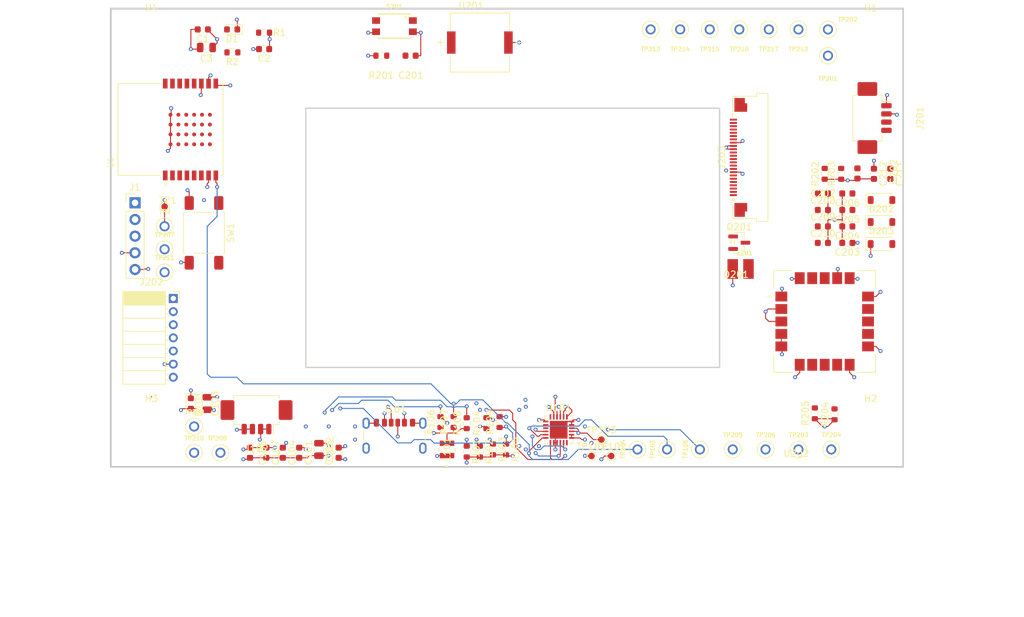
<source format=kicad_pcb>
(kicad_pcb (version 20241229) (generator "pcbnew") (generator_version "9.0")
  (layers (0 "F.Cu" signal) (4 "In1.Cu" signal) (6 "In2.Cu" signal) (2 "B.Cu" signal) (13 "F.Paste" user) (15 "B.Paste" user) (5 "F.SilkS" user "F.Silkscreen") (7 "B.SilkS" user "B.Silkscreen") (1 "F.Mask" user) (3 "B.Mask" user) (25 "Edge.Cuts" user))
  (net 0 "")
  (net 1 "GND")
  (net 2 "/Battery/BAT")
  (net 3 "/Sensors/VDHR")
  (net 4 "/Sensors/VDDD")
  (net 5 "/Sensors/VPP")
  (net 6 "/Sensors/VSH")
  (net 7 "/Sensors/VGH")
  (net 8 "/Sensors/VSL")
  (net 9 "/Sensors/VGL")
  (net 10 "/Sensors/VCOM")
  (net 11 "Net-(D202-A)")
  (net 12 "Net-(D201-A)")
  (net 13 "RESET")
  (net 14 "/Sensors/RESE")
  (net 17 "/Sensors/GDR")
  (net 23 "/Battery/VBUS_BQ")
  (net 24 "/Battery/PMID")
  (net 25 "/Battery/BTST")
  (net 26 "/Battery/ILIM")
  (net 27 "/Battery/SW")
  (net 28 "/Battery/TS")
  (net 29 "/Battery/STAT")
  (net 30 "/Battery/REGN")
  (net 32 "/SWDIO")
  (net 33 "/SWDCLK")
  (net 34 "/P23")
  (net 35 "/P15")
  (net 36 "/P07")
  (net 37 "/P01")
  (net 38 "/P30")
  (net 39 "/P09")
  (net 40 "/P31")
  (net 41 "/P20")
  (net 42 "/P08")
  (net 43 "/P29")
  (net 44 "/P13")
  (net 45 "/P04")
  (net 46 "/P22")
  (net 47 "/P19")
  (net 48 "/P12")
  (net 49 "/P16")
  (net 50 "/P14")
  (net 51 "/P00")
  (net 52 "/P24")
  (net 53 "/P28")
  (net 54 "/P26")
  (net 55 "/P25")
  (net 56 "/P05")
  (net 57 "/P10")
  (net 58 "/P06")
  (net 59 "/P11")
  (net 60 "/P27")
  (net 61 "/P18")
  (net 62 "/P03")
  (net 63 "/P17")
  (net 64 "/P02")
  (net 65 "VDD_nrf")
  (net 69 "Net-(D101-K)")
  (net 70 "Net-(J101-CC2)")
  (net 71 "Net-(J101-CC1)")
  (net 72 "Net-(D1-A)")
  (footprint "Button_Switch_SMD:SW_Push_1P1T_NO_E-Switch_TL3301NxxxxxG" (layer "F.Cu") (at 25.5 46 -90)
    (property "Reference" "SW1")
    (property "Value" "SW")
  )
  (footprint "Capacitor_SMD:C_0603_1608Metric" (layer "F.Cu") (at 56.95 19)
    (property "Reference" "C201")
    (property "Value" "4.7uF")
  )
  (footprint "Capacitor_SMD:C_0603_1608Metric" (layer "F.Cu") (at 32.5 79.5 -90)
    (property "Reference" "C106")
    (property "Value" "10uF")
  )
  (footprint "Resistor_SMD:R_0603_1608Metric" (layer "F.Cu") (at 70.5 74.825 90)
    (property "Reference" "R109")
    (property "Value" "240")
  )
  (footprint "Resistor_SMD:R_0603_1608Metric" (layer "F.Cu") (at 71.5 79 -90)
    (property "Reference" "R105")
    (property "Value" "10k")
  )
  (footprint "Resistor_SMD:R_0603_1608Metric" (layer "F.Cu") (at 52.5 19)
    (property "Reference" "R201")
    (property "Value" "10k")
  )
  (footprint "5001:KEYSTONE_5001" (layer "F.Cu") (at 93.5 15)
    (property "Reference" "TP213")
    (property "Value" "EP_SDA")
  )
  (footprint "TestPoint:TestPoint_Pad_D1.0mm" (layer "F.Cu") (at 84.5 80)
    (property "Reference" "TP101")
    (property "Value" "VBat")
  )
  (footprint "Diode_SMD:D_SOD-123" (layer "F.Cu") (at 128.65 44.35)
    (property "Reference" "D202")
    (property "Value" "MBR0530")
  )
  (footprint "MountingHole:MountingHole_4.3mm_M4" (layer "F.Cu") (at 17.5 76.5)
    (property "Reference" "H3")
    (property "Value" "MountingHole")
  )
  (footprint "MountingHole:MountingHole_4.3mm_M4" (layer "F.Cu") (at 17.5 17)
    (property "Reference" "H4")
    (property "Value" "MountingHole")
  )
  (footprint "CPT_9019B_SMT_TR:XDCR_CPT-9019B-SMT-TR" (layer "F.Cu") (at 67.5 17)
    (property "Reference" "U201")
    (property "Value" "CPT-9019B-SMT-TR")
  )
  (footprint "Connector_Molex:Molex_PicoBlade_53261-0471_1x04-1MP_P1.25mm_Horizontal" (layer "F.Cu") (at 33.5 73.5 180)
    (property "Reference" "J102")
    (property "Value" "Conn_01x04_Pin")
  )
  (footprint "Diode_SMD:D_0603_1608Metric" (layer "F.Cu") (at 23.5 72 -90)
    (property "Reference" "D101")
    (property "Value" "LED")
  )
  (footprint "Capacitor_SMD:C_0603_1608Metric" (layer "F.Cu") (at 119.725 45.02)
    (property "Reference" "C209")
    (property "Value" "1uF")
  )
  (footprint "Resistor_SMD:R_0603_1608Metric" (layer "F.Cu") (at 63.5 74.825 90)
    (property "Reference" "R107")
    (property "Value" "10k")
  )
  (footprint "Capacitor_SMD:C_0603_1608Metric" (layer "F.Cu") (at 119.725 42.51)
    (property "Reference" "C208")
    (property "Value" "1uF")
  )
  (footprint "5001:KEYSTONE_5001" (layer "F.Cu") (at 19.5 48.5)
    (property "Reference" "TP207")
    (property "Value" "RFID_RST")
  )
  (footprint "MountingHole:MountingHole_4.3mm_M4" (layer "F.Cu") (at 127 17)
    (property "Reference" "H1")
    (property "Value" "MountingHole")
  )
  (footprint "Capacitor_SMD:C_0805_2012Metric" (layer "F.Cu") (at 25.87 17.75 180)
    (property "Reference" "C3")
    (property "Value" "4.7uF")
  )
  (footprint "Capacitor_SMD:C_0603_1608Metric" (layer "F.Cu") (at 35 79.5 -90)
    (property "Reference" "C107")
    (property "Value" "10uF")
  )
  (footprint "Capacitor_SMD:C_0603_1608Metric" (layer "F.Cu") (at 127.5 37 -90)
    (property "Reference" "C212")
    (property "Value" "4.7uF")
  )
  (footprint "5001:KEYSTONE_5001" (layer "F.Cu") (at 19.5 52)
    (property "Reference" "TP211")
    (property "Value" "RFID_SS")
  )
  (footprint "Connector_PinHeader_2.54mm:PinHeader_1x05_P2.54mm_Vertical" (layer "F.Cu") (at 15 41.42)
    (property "Reference" "J1")
    (property "Value" "Conn_01x05_Pin")
  )
  (footprint "Capacitor_SMD:C_0603_1608Metric" (layer "F.Cu") (at 124.985 36.95 -90)
    (property "Reference" "C202")
    (property "Value" "1uF")
  )
  (footprint "5001:KEYSTONE_5001" (layer "F.Cu") (at 111 79)
    (property "Reference" "TP206")
    (property "Value" "GPS_TP")
  )
  (footprint "Resistor_SMD:R_0603_1608Metric" (layer "F.Cu") (at 118.5 73.5 90)
    (property "Reference" "R205")
    (property "Value" "10k")
  )
  (footprint "Capacitor_SMD:C_0603_1608Metric" (layer "F.Cu") (at 123.45 47.53 180)
    (property "Reference" "C203")
    (property "Value" "1uF")
  )
  (footprint "MountingHole:MountingHole_4.3mm_M4" (layer "F.Cu") (at 127 76.5)
    (property "Reference" "H2")
    (property "Value" "MountingHole")
  )
  (footprint "Capacitor_SMD:C_0603_1608Metric" (layer "F.Cu") (at 46 79.5 90)
    (property "Reference" "C105")
    (property "Value" "4.7uF")
  )
  (footprint "Capacitor_SMD:C_0603_1608Metric" (layer "F.Cu") (at 123.45 40 180)
    (property "Reference" "C206")
    (property "Value" "1uF")
  )
  (footprint "5001:KEYSTONE_5001" (layer "F.Cu") (at 116 15)
    (property "Reference" "TP212")
    (property "Value" "EP_DC")
  )
  (footprint "Capacitor_SMD:C_0603_1608Metric" (layer "F.Cu") (at 123.45 45.02 180)
    (property "Reference" "C204")
    (property "Value" "1uF")
  )
  (footprint "Capacitor_SMD:C_0603_1608Metric" (layer "F.Cu") (at 119.725 40)
    (property "Reference" "C207")
    (property "Value" "1uF")
  )
  (footprint "5001:KEYSTONE_5001" (layer "F.Cu") (at 111.5 15)
    (property "Reference" "TP217")
    (property "Value" "EP_RESET")
  )
  (footprint "5001:KEYSTONE_5001" (layer "F.Cu") (at 106 79)
    (property "Reference" "TP205")
    (property "Value" "GPS_INT")
  )
  (footprint "5001:KEYSTONE_5001" (layer "F.Cu") (at 102.5 15)
    (property "Reference" "TP215")
    (property "Value" "EP_CSB")
  )
  (footprint "5001:KEYSTONE_5001" (layer "F.Cu") (at 96 79 90)
    (property "Reference" "TP105")
    (property "Value" "BQ_SCL")
  )
  (footprint "Package_TO_SOT_SMD:SOT-23" (layer "F.Cu") (at 107 47.5)
    (property "Reference" "Q201")
    (property "Value" "BSS138")
  )
  (footprint "5001:KEYSTONE_5001" (layer "F.Cu") (at 28 79.5)
    (property "Reference" "TP208")
    (property "Value" "RFID_SCK")
  )
  (footprint "Capacitor_SMD:C_0805_2012Metric" (layer "F.Cu") (at 26 72 -90)
    (property "Reference" "C103")
    (property "Value" "10uF")
  )
  (footprint "5001:KEYSTONE_5001" (layer "F.Cu") (at 101 79 90)
    (property "Reference" "TP106")
    (property "Value" "BQ_INT")
  )
  (footprint "Resistor_SMD:R_0603_1608Metric" (layer "F.Cu") (at 120 37 90)
    (property "Reference" "R202")
    (property "Value" "2.2")
  )
  (footprint "Connector_FFC-FPC:Amphenol_F32Q-1A7x1-11024_1x24-1MP_P0.5mm_Horizontal" (layer "F.Cu") (at 109 34.5 90)
    (property "Reference" "J203")
    (property "Value" "Conn_02x12_Counter_Clockwise")
  )
  (footprint "TestPoint:TestPoint_Pad_D1.0mm" (layer "F.Cu") (at 19.5 42)
    (property "Reference" "TP1")
    (property "Value" "GND")
  )
  (footprint "5001:KEYSTONE_5001" (layer "F.Cu") (at 91.5 79 90)
    (property "Reference" "TP104")
    (property "Value" "BQ_SDA")
  )
  (footprint "Resistor_SMD:R_0603_1608Metric" (layer "F.Cu") (at 69.5 79 -90)
    (property "Reference" "R103")
    (property "Value" "1k")
  )
  (footprint "Resistor_SMD:R_0603_1608Metric" (layer "F.Cu") (at 65.5 75 90)
    (property "Reference" "R108")
    (property "Value" "10k")
  )
  (footprint "TestPoint:TestPoint_Pad_D1.0mm" (layer "F.Cu") (at 86 77.5)
    (property "Reference" "TP103")
    (property "Value" "VSys")
  )
  (footprint "Diode_SMD:D_0603_1608Metric" (layer "F.Cu") (at 29.7875 15 180)
    (property "Reference" "D1")
    (property "Value" "LED")
  )
  (footprint "Resistor_SMD:R_0603_1608Metric" (layer "F.Cu") (at 68.5 75 90)
    (property "Reference" "R104")
    (property "Value" "10k")
  )
  (footprint "Resistor_SMD:R_0603_1608Metric" (layer "F.Cu") (at 122.51 37 90)
    (property "Reference" "R203")
    (property "Value" "10k")
  )
  (footprint "5001:KEYSTONE_5001" (layer "F.Cu") (at 98 15)
    (property "Reference" "TP214")
    (property "Value" "EP_SCL")
  )
  (footprint "Capacitor_SMD:C_0603_1608Metric" (layer "F.Cu") (at 123.45 42.51 180)
    (property "Reference" "C205")
    (property "Value" "1uF")
  )
  (footprint "ISMC:IND_IMSC1008AZER_VIS" (layer "F.Cu") (at 62.5 79 90)
    (property "Reference" "L101")
    (property "Value" "2.2uH")
  )
  (footprint "436331045822:4363X10458XX" (layer "F.Cu") (at 54.5 14.5)
    (property "Reference" "S201")
    (property "Value" "436331045822")
  )
  (footprint "Capacitor_SMD:C_0603_1608Metric" (layer "F.Cu") (at 119.725 47.53)
    (property "Reference" "C210")
    (property "Value" "1uF")
  )
  (footprint "5001:KEYSTONE_5001" (layer "F.Cu") (at 120.5 15)
    (property "Reference" "TP202")
    (property "Value" "TS_RX")
  )
  (footprint "5001:KEYSTONE_5001" (layer "F.Cu") (at 120.5 19)
    (property "Reference" "TP201")
    (property "Value" "TS_TX")
  )
  (footprint "VLS3015CX_680M_H:IND_VLS3015CX-680M-H" (layer "F.Cu") (at 107.2 51.5)
    (property "Reference" "L201")
    (property "Value" "68uH")
  )
  (footprint "Package_DFN_QFN:Texas_RTW_WQFN-24-1EP_4x4mm_P0.5mm_EP2.7x2.7mm" (layer "F.Cu") (at 79.5 76)
    (property "Reference" "U101")
    (property "Value" "BQ25895RTWT")
  )
  (footprint "5001:KEYSTONE_5001" (layer "F.Cu") (at 116 79)
    (property "Reference" "TP203")
    (property "Value" "GPS_SDA")
  )
  (footprint "Resistor_SMD:R_0603_1608Metric" (layer "F.Cu") (at 29.825 18.5 180)
    (property "Reference" "R2")
    (property "Value" "240")
  )
  (footprint "Capacitor_SMD:C_0603_1608Metric" (layer "F.Cu") (at 37.5 79.5 -90)
    (property "Reference" "C104")
    (property "Value" "1uF")
  )
  (footprint "5001:KEYSTONE_5001" (layer "F.Cu") (at 107 15)
    (property "Reference" "TP216")
    (property "Value" "EP_BUSY")
  )
  (footprint "Resistor_SMD:R_0603_1608Metric" (layer "F.Cu") (at 121.5 73.65 90)
    (property "Reference" "R204")
    (property "Value" "10k")
  )
  (footprint "SAM_M10Q_00B:XCVR_SAM-M10Q-00B" (layer "F.Cu") (at 120 59.5)
    (property "Reference" "U202")
    (property "Value" "SAM-M10Q-00B")
  )
  (footprint "TestPoint:TestPoint_Pad_D1.0mm" (layer "F.Cu") (at 87.5 80)
    (property "Reference" "TP102")
    (property "Value" "VUSB")
  )
  (footprint "Connector_USB:USB_C_Receptacle_GCT_USB4125-xx-x-0190_6P_TopMnt_Horizontal" (layer "F.Cu") (at 54.5 78)
    (property "Reference" "J101")
    (property "Value" "USB_C_Receptacle_PowerOnly_6P")
  )
  (footprint "Connector_Molex:Molex_PicoBlade_53261-0471_1x04-1MP_P1.25mm_Horizontal" (layer "F.Cu") (at 127 28.5 -90)
    (property "Reference" "J201")
    (property "Value" "Conn_01x04_Pin")
  )
  (footprint "5001:KEYSTONE_5001" (layer "F.Cu") (at 19.5 45)
    (property "Reference" "TP2")
    (property "Value" "GND")
  )
  (footprint "Resistor_SMD:R_0603_1608Metric" (layer "F.Cu") (at 67.5 79.325 -90)
    (property "Reference" "R102")
    (property "Value" "5.1k")
  )
  (footprint "Resistor_SMD:R_0603_1608Metric" (layer "F.Cu") (at 61.5 74.825 90)
    (property "Reference" "R106")
    (property "Value" "10k")
  )
  (footprint "Diode_SMD:D_SOD-123" (layer "F.Cu") (at 128.65 41)
    (property "Reference" "D201")
    (property "Value" "MBR0530")
  )
  (footprint "BT832:BLEMODULE_BT832" (layer "F.Cu") (at 20.4 30.25 90)
    (property "Reference" "U1")
    (property "Value" "BT832")
  )
  (footprint "Capacitor_SMD:C_0603_1608Metric" (layer "F.Cu") (at 130 37 -90)
    (property "Reference" "C211")
    (property "Value" "4.7uF")
  )
  (footprint "Resistor_SMD:R_0603_1608Metric" (layer "F.Cu") (at 65.5 79.325 -90)
    (property "Reference" "R101")
    (property "Value" "5.1k")
  )
  (footprint "Capacitor_SMD:C_0603_1608Metric" (layer "F.Cu") (at 34.65 18 180)
    (property "Reference" "C2")
    (property "Value" "100nF")
  )
  (footprint "Capacitor_SMD:C_0603_1608Metric" (layer "F.Cu") (at 25.325 15 180)
    (property "Reference" "C1")
    (property "Value" "100nF")
  )
  (footprint "Connector_PinSocket_2.00mm:PinSocket_1x07_P2.00mm_Horizontal" (layer "F.Cu") (at 20.825 56)
    (property "Reference" "J202")
    (property "Value" "Conn_01x07_Socket")
  )
  (footprint "Diode_SMD:D_SOD-123" (layer "F.Cu") (at 128.65 47.7)
    (property "Reference" "D203")
    (property "Value" "MBR0530")
  )
  (footprint "5001:KEYSTONE_5001" (layer "F.Cu") (at 24 79.5)
    (property "Reference" "TP210")
    (property "Value" "RFID_MOSI")
  )
  (footprint "Capacitor_SMD:C_0805_2012Metric" (layer "F.Cu") (at 43 79 -90)
    (property "Reference" "C102")
    (property "Value" "8.2uF")
  )
  (footprint "Resistor_SMD:R_0603_1608Metric" (layer "F.Cu") (at 34.65 15.49 180)
    (property "Reference" "R1")
    (property "Value" "10k")
  )
  (footprint "5001:KEYSTONE_5001" (layer "F.Cu") (at 24 75.5)
    (property "Reference" "TP209")
    (property "Value" "RFID_MISO")
  )
  (footprint "Capacitor_SMD:C_0603_1608Metric" (layer "F.Cu") (at 40 79.5 -90)
    (property "Reference" "C101")
    (property "Value" "4.7uF")
  )
  (footprint "5001:KEYSTONE_5001" (layer "F.Cu") (at 121 79)
    (property "Reference" "TP204")
    (property "Value" "GPS_SCL")
  )
  (gr_rect (start 11.325 11.825) (end 131.975 81.675) (stroke (width 0.2)) (fill no) (layer "F.Cu") (net 1))
  (gr_rect (start 11.325 11.825) (end 131.975 81.675) (stroke (width 0.2)) (fill no) (layer "B.Cu") (net 65))
  (gr_rect (start 11.325 11.825) (end 131.975 81.675) (stroke (width 0.2)) (fill no) (layer "Edge.Cuts"))
  (gr_rect (start 41 27) (end 104 66.5) (stroke (width 0.2)) (fill no) (layer "Edge.Cuts"))
  (segment (start 122.675 44) (end 122.675 45.02) (width 0.1524) (layer "F.Cu") (net 1))
  (segment (start 50.5 15.5) (end 51.55 15.5) (width 0.1524) (layer "F.Cu") (net 1))
  (segment (start 120.5 40) (end 120.5 42.51) (width 0.1524) (layer "F.Cu") (net 1))
  (segment (start 122.675 42.51) (end 122.675 44) (width 0.1524) (layer "F.Cu") (net 1))
  (segment (start 113.5 54.5) (end 113.5 55.6) (width 0.1524) (layer "F.Cu") (net 1))
  (segment (start 122.675 40) (end 122.675 42.51) (width 0.1524) (layer "F.Cu") (net 1))
  (segment (start 30.575 13.575) (end 30.575 15) (width 0.1524) (layer "F.Cu") (net 1))
  (segment (start 23.5 18) (end 23.5 15) (width 0.1524) (layer "F.Cu") (net 1))
  (segment (start 58.82 75) (end 57.33 75) (width 0.1524) (layer "F.Cu") (net 1))
  (segment (start 24.67 18) (end 24.92 17.75) (width 0.1524) (layer "F.Cu") (net 1))
  (segment (start 128.5 64) (end 127.8 63.3) (width 0.1524) (layer "F.Cu") (net 1))
  (segment (start 31.625 75.9) (end 32.875 75.9) (width 0.1524) (layer "F.Cu") (net 1))
  (segment (start 22 50.5) (end 23.2 50.5) (width 0.1524) (layer "F.Cu") (net 1))
  (segment (start 30.5 13.5) (end 30.575 13.575) (width 0.1524) (layer "F.Cu") (net 1))
  (segment (start 16.42 51.58) (end 15 51.58) (width 0.1524) (layer "F.Cu") (net 1))
  (segment (start 20.4 33.1) (end 20 33.5) (width 0.1524) (layer "F.Cu") (net 1))
  (segment (start 67.5 80.15) (end 69.175 80.15) (width 0.1524) (layer "F.Cu") (net 1))
  (segment (start 35 80.275) (end 37.5 80.275) (width 0.1524) (layer "F.Cu") (net 1))
  (segment (start 127 47.7) (end 127 49.5) (width 0.1524) (layer "F.Cu") (net 1))
  (segment (start 23.25 39.75) (end 23.25 41.45) (width 0.1524) (layer "F.Cu") (net 1))
  (segment (start 20.4 31) (end 20.4 32.5) (width 0.1524) (layer "F.Cu") (net 1))
  (segment (start 19.5 42) (end 19.5 45) (width 0.1524) (layer "F.Cu") (net 1))
  (segment (start 115.5 68) (end 116.2 67.3) (width 0.1524) (layer "F.Cu") (net 1))
  (segment (start 123.5 38) (end 122.685 38) (width 0.1524) (layer "F.Cu") (net 1))
  (segment (start 31.525 76) (end 31.625 75.9) (width 0.1524) (layer "F.Cu") (net 1))
  (segment (start 16.5 51.5) (end 16.42 51.58) (width 0.1524) (layer "F.Cu") (net 1))
  (segment (start 26.2 22.3) (end 26.5 22) (width 0.1524) (layer "F.Cu") (net 1))
  (segment (start 40 80.275) (end 41.225 80.275) (width 0.1524) (layer "F.Cu") (net 1))
  (segment (start 122.685 38) (end 122.51 37.825) (width 0.1524) (layer "F.Cu") (net 1))
  (segment (start 23.2 50.5) (end 23.25 50.55) (width 0.1524) (layer "F.Cu") (net 1))
  (segment (start 33 18) (end 33.875 18) (width 0.1524) (layer "F.Cu") (net 1))
  (segment (start 31.5 80.5) (end 32.275 80.5) (width 0.1524) (layer "F.Cu") (net 1))
  (segment (start 69.175 80.15) (end 69.5 79.825) (width 0.1524) (layer "F.Cu") (net 1))
  (segment (start 51.67 75) (end 51.75 74.92) (width 0.1524) (layer "F.Cu") (net 1))
  (segment (start 79 79) (end 79 78) (width 0.1524) (layer "F.Cu") (net 1))
  (segment (start 107.5 32) (end 107.25 32.25) (width 0.1524) (layer "F.Cu") (net 1))
  (segment (start 58.5 15.5) (end 58.5 19) (width 0.1524) (layer "F.Cu") (net 1))
  (segment (start 27 73) (end 26.05 73) (width 0.1524) (layer "F.Cu") (net 1))
  (segment (start 37.5 80.275) (end 40 80.275) (width 0.1524) (layer "F.Cu") (net 1))
  (segment (start 58.5 19) (end 57.725 19) (width 0.1524) (layer "F.Cu") (net 1))
  (segment (start 79.0375 77.9625) (end 79.25 77.9625) (width 0.1524) (layer "F.Cu") (net 1))
  (segment (start 107.25 32.25) (end 106.1 32.25) (width 0.1524) (layer "F.Cu") (net 1))
  (segment (start 26.2 23.25) (end 26.2 22.3) (width 0.1524) (layer "F.Cu") (net 1))
  (segment (start 65.5 80.15) (end 67.5 80.15) (width 0.1524) (layer "F.Cu") (net 1))
  (segment (start 122.675 45.02) (end 122.675 47.53) (width 0.1524) (layer "F.Cu") (net 1))
  (segment (start 44.45 79.95) (end 44.5 80) (width 0.1524) (layer "F.Cu") (net 1))
  (segment (start 65.5 81) (end 65.5 80.15) (width 0.1524) (layer "F.Cu") (net 1))
  (segment (start 43 79.95) (end 44.45 79.95) (width 0.1524) (layer "F.Cu") (net 1))
  (segment (start 41.225 80.275) (end 41.55 79.95) (width 0.1524) (layer "F.Cu") (net 1))
  (segment (start 124.5 68) (end 123.8 67.3) (width 0.1524) (layer "F.Cu") (net 1))
  (segment (start 19.5 41) (end 19.5 42) (width 0.1524) (layer "F.Cu") (net 1))
  (segment (start 20.4 32.5) (end 20.4 33.1) (width 0.1524) (layer "F.Cu") (net 1))
  (segment (start 122.51 37.825) (end 120 37.825) (width 0.1524) (layer "F.Cu") (net 1))
  (segment (start 120.5 45.02) (end 120.5 47.53) (width 0.1524) (layer "F.Cu") (net 1))
  (segment (start 79 78) (end 79 76.5) (width 0.1524) (layer "F.Cu") (net 1))
  (segment (start 107.25 36.75) (end 106.1 36.75) (width 0.1524) (layer "F.Cu") (net 1))
  (segment (start 124.71 38) (end 124.985 37.725) (width 0.1524) (layer "F.Cu") (net 1))
  (segment (start 82.5 74.5) (end 81.7125 74.5) (width 0.1524) (layer "F.Cu") (net 1))
  (segment (start 113.4 63.3) (end 113.4 61.4) (width 0.1524) (layer "F.Cu") (net 1))
  (segment (start 69.5 79.825) (end 71.5 79.825) (width 0.1524) (layer "F.Cu") (net 1))
  (segment (start 113.5 63.4) (end 113.4 63.3) (width 0.1524) (layer "F.Cu") (net 1))
  (segment (start 58.5 15.5) (end 57.45 15.5) (width 0.1524) (layer "F.Cu") (net 1))
  (segment (start 121.5 44) (end 122.675 44) (width 0.1524) (layer "F.Cu") (net 1))
  (segment (start 57.33 75) (end 57.25 74.92) (width 0.1524) (layer "F.Cu") (net 1))
  (segment (start 123.9 53) (end 123.8 52.9) (width 0.1524) (layer "F.Cu") (net 1))
  (segment (start 17 51.5) (end 16.5 51.5) (width 0.1524) (layer "F.Cu") (net 1))
  (segment (start 32.275 80.5) (end 32.5 80.275) (width 0.1524) (layer "F.Cu") (net 1))
  (segment (start 127.8 63.3) (end 126.6 63.3) (width 0.1524) (layer "F.Cu") (net 1))
  (segment (start 20.5 27.9) (end 20.4 28) (width 0.1524) (layer "F.Cu") (net 1))
  (segment (start 30.5 76) (end 31.525 76) (width 0.1524) (layer "F.Cu") (net 1))
  (segment (start 129.4 25.1) (end 129.4 26.625) (width 0.1524) (layer "F.Cu") (net 1))
  (segment (start 120.5 45.02) (end 120.5 44) (width 0.1524) (layer "F.Cu") (net 1))
  (segment (start 121.5 44) (end 120.5 44) (width 0.1524) (layer "F.Cu") (net 1))
  (segment (start 125.275 37.775) (end 127.5 37.775) (width 0.1524) (layer "F.Cu") (net 1))
  (segment (start 113.5 64.5) (end 113.5 63.4) (width 0.1524) (layer "F.Cu") (net 1))
  (segment (start 127.8 55.7) (end 126.6 55.7) (width 0.1524) (layer "F.Cu") (net 1))
  (segment (start 125.225 37.725) (end 125.275 37.775) (width 0.1524) (layer "F.Cu") (net 1))
  (segment (start 80.75 74.75) (end 79.5 76) (width 0.1524) (layer "F.Cu") (net 1))
  (segment (start 51.55 15.5) (end 51.7 15.35) (width 0.1524) (layer "F.Cu") (net 1))
  (segment (start 73.5 17) (end 71.85 17) (width 0.1524) (layer "F.Cu") (net 1))
  (segment (start 41.55 79.95) (end 43 79.95) (width 0.1524) (layer "F.Cu") (net 1))
  (segment (start 116.2 67.3) (end 116.2 66.1) (width 0.1524) (layer "F.Cu") (net 1))
  (segment (start 26.05 73) (end 26 72.95) (width 0.1524) (layer "F.Cu") (net 1))
  (segment (start 123.8 67.3) (end 123.8 66.1) (width 0.1524) (layer "F.Cu") (net 1))
  (segment (start 72.5 80) (end 71.675 80) (width 0.1524) (layer "F.Cu") (net 1))
  (segment (start 116.1 53) (end 116.2 52.9) (width 0.1524) (layer "F.Cu") (net 1))
  (segment (start 57.45 15.5) (end 57.3 15.35) (width 0.1524) (layer "F.Cu") (net 1))
  (segment (start 124.985 37.725) (end 125.225 37.725) (width 0.1524) (layer "F.Cu") (net 1))
  (segment (start 23.5 15) (end 24.55 15) (width 0.1524) (layer "F.Cu") (net 1))
  (segment (start 107.5 37) (end 107.25 36.75) (width 0.1524) (layer "F.Cu") (net 1))
  (segment (start 23 39.5) (end 23.25 39.75) (width 0.1524) (layer "F.Cu") (net 1))
  (segment (start 20.4 29.5) (end 20.4 31) (width 0.1524) (layer "F.Cu") (net 1))
  (segment (start 79 76.5) (end 79.5 76) (width 0.1524) (layer "F.Cu") (net 1))
  (segment (start 115 53) (end 116.1 53) (width 0.1524) (layer "F.Cu") (net 1))
  (segment (start 125 53) (end 123.9 53) (width 0.1524) (layer "F.Cu") (net 1))
  (segment (start 128.5 55) (end 127.8 55.7) (width 0.1524) (layer "F.Cu") (net 1))
  (segment (start 32.5 80.275) (end 35 80.275) (width 0.1524) (layer "F.Cu") (net 1))
  (segment (start 50.18 75) (end 51.67 75) (width 0.1524) (layer "F.Cu") (net 1))
  (segment (start 81.4625 74.75) (end 80.75 74.75) (width 0.1524) (layer "F.Cu") (net 1))
  (segment (start 20.5 27) (end 20.5 27.9) (width 0.1524) (layer "F.Cu") (net 1))
  (segment (start 120.5 44) (end 120.5 42.51) (width 0.1524) (layer "F.Cu") (net 1))
  (segment (start 23.5 18) (end 24.67 18) (width 0.1524) (layer "F.Cu") (net 1))
  (segment (start 71.675 80) (end 71.5 79.825) (width 0.1524) (layer "F.Cu") (net 1))
  (segment (start 81.7125 74.5) (end 81.4625 74.75) (width 0.1524) (layer "F.Cu") (net 1))
  (segment (start 78.9625 77.9625) (end 78.75 77.9625) (width 0.1524) (layer "F.Cu") (net 1))
  (segment (start 122.52 45.02) (end 122.675 45.02) (width 0.1524) (layer "F.Cu") (net 1))
  (segment (start 20.4 28) (end 20.4 29.5) (width 0.1524) (layer "F.Cu") (net 1))
  (segment (start 129.5 25) (end 129.4 25.1) (width 0.1524) (layer "F.Cu") (net 1))
  (segment (start 79 78) (end 79.0375 77.9625) (width 0.1524) (layer "F.Cu") (net 1))
  (segment (start 123.5 38) (end 124.71 38) (width 0.1524) (layer "F.Cu") (net 1))
  (segment (start 113.5 55.6) (end 113.4 55.7) (width 0.1524) (layer "F.Cu") (net 1))
  (segment (start 79 78) (end 78.9625 77.9625) (width 0.1524) (layer "F.Cu") (net 1))
  (segment (start 81.4625 75.25) (end 81.4625 74.75) (width 0.1524) (layer "F.Cu") (net 1))
  (segment (start 49.98 79) (end 50.18 78.8) (width 0.1524) (layer "F.Cu") (net 1))
  (via (at 115 53) (size 0.6) (drill 0.3) (layers "F.Cu" "B.Cu") (net 1))
  (via (at 107.5 32) (size 0.6) (drill 0.3) (layers "F.Cu" "B.Cu") (net 1))
  (via (at 23 39.5) (size 0.6) (drill 0.3) (layers "F.Cu" "B.Cu") (net 1))
  (via (at 124.5 68) (size 0.6) (drill 0.3) (layers "F.Cu" "B.Cu") (net 1))
  (via (at 113.5 64.5) (size 0.6) (drill 0.3) (layers "F.Cu" "B.Cu") (net 1))
  (via (at 27 73) (size 0.6) (drill 0.3) (layers "F.Cu" "B.Cu") (net 1))
  (via (at 30.5 76) (size 0.6) (drill 0.3) (layers "F.Cu" "B.Cu") (net 1))
  (via (at 123.5 38) (size 0.6) (drill 0.3) (layers "F.Cu" "B.Cu") (net 1))
  (via (at 65.5 81) (size 0.6) (drill 0.3) (layers "F.Cu" "B.Cu") (net 1))
  (via (at 82.5 74.5) (size 0.6) (drill 0.3) (layers "F.Cu" "B.Cu") (net 1))
  (via (at 79 79) (size 0.6) (drill 0.3) (layers "F.Cu" "B.Cu") (net 1))
  (via (at 30.5 13.5) (size 0.6) (drill 0.3) (layers "F.Cu" "B.Cu") (net 1))
  (via (at 22 50.5) (size 0.6) (drill 0.3) (layers "F.Cu" "B.Cu") (net 1))
  (via (at 121.5 44) (size 0.6) (drill 0.3) (layers "F.Cu" "B.Cu") (net 1))
  (via (at 19.5 41) (size 0.6) (drill 0.3) (layers "F.Cu" "B.Cu") (net 1))
  (via (at 72.5 80) (size 0.6) (drill 0.3) (layers "F.Cu" "B.Cu") (net 1))
  (via (at 31.5 80.5) (size 0.6) (drill 0.3) (layers "F.Cu" "B.Cu") (net 1))
  (via (at 26.5 22) (size 0.6) (drill 0.3) (layers "F.Cu" "B.Cu") (net 1))
  (via (at 23.5 18) (size 0.6) (drill 0.3) (layers "F.Cu" "B.Cu") (net 1))
  (via (at 129.5 25) (size 0.6) (drill 0.3) (layers "F.Cu" "B.Cu") (net 1))
  (via (at 125 53) (size 0.6) (drill 0.3) (layers "F.Cu" "B.Cu") (net 1))
  (via (at 33 18) (size 0.6) (drill 0.3) (layers "F.Cu" "B.Cu") (net 1))
  (via (at 17 51.5) (size 0.6) (drill 0.3) (layers "F.Cu" "B.Cu") (net 1))
  (via (at 128.5 55) (size 0.6) (drill 0.3) (layers "F.Cu" "B.Cu") (net 1))
  (via (at 127 49.5) (size 0.6) (drill 0.3) (layers "F.Cu" "B.Cu") (net 1))
  (via (at 113.5 54.5) (size 0.6) (drill 0.3) (layers "F.Cu" "B.Cu") (net 1))
  (via (at 107.5 37) (size 0.6) (drill 0.3) (layers "F.Cu" "B.Cu") (net 1))
  (via (at 20.5 27) (size 0.6) (drill 0.3) (layers "F.Cu" "B.Cu") (net 1))
  (via (at 58.5 15.5) (size 0.6) (drill 0.3) (layers "F.Cu" "B.Cu") (net 1))
  (via (at 44.45 79.95) (size 0.6) (drill 0.3) (layers "F.Cu" "B.Cu") (net 1))
  (via (at 20.5 27) (size 0.6) (drill 0.3) (layers "F.Cu" "B.Cu") (net 1))
  (via (at 50.5 15.5) (size 0.6) (drill 0.3) (layers "F.Cu" "B.Cu") (net 1))
  (via (at 128.5 64) (size 0.6) (drill 0.3) (layers "F.Cu" "B.Cu") (net 1))
  (via (at 73.5 17) (size 0.6) (drill 0.3) (layers "F.Cu" "B.Cu") (net 1))
  (via (at 115.5 68) (size 0.6) (drill 0.3) (layers "F.Cu" "B.Cu") (net 1))
  (via (at 20 33.5) (size 0.6) (drill 0.3) (layers "F.Cu" "B.Cu") (net 1))
  (segment (start 81.4625 77.25) (end 81.4625 76.75) (width 0.1524) (layer "F.Cu") (net 2))
  (segment (start 82.75 77.25) (end 81.4625 77.25) (width 0.1524) (layer "F.Cu") (net 2))
  (segment (start 83.5 77.5) (end 83 77.5) (width 0.1524) (layer "F.Cu") (net 2))
  (segment (start 35.375 75.9) (end 34.125 75.9) (width 0.1524) (layer "F.Cu") (net 2))
  (segment (start 26.05 71) (end 26 71.05) (width 0.1524) (layer "F.Cu") (net 2))
  (segment (start 27.5 71) (end 26.05 71) (width 0.1524) (layer "F.Cu") (net 2))
  (segment (start 84.5 80) (end 83.5286 80) (width 0.1524) (layer "F.Cu") (net 2))
  (segment (start 83.5286 80) (end 83.5 79.9714) (width 0.1524) (layer "F.Cu") (net 2))
  (segment (start 34.125 75.9) (end 34.125 77.375) (width 0.1524) (layer "F.Cu") (net 2))
  (segment (start 83 77.5) (end 82.75 77.25) (width 0.1524) (layer "F.Cu") (net 2))
  (segment (start 34.125 77.375) (end 34 77.5) (width 0.1524) (layer "F.Cu") (net 2))
  (via (at 83.5 75.5) (size 0.6) (drill 0.3) (layers "F.Cu" "B.Cu") (net 2))
  (via (at 27.5 71) (size 0.6) (drill 0.3) (layers "F.Cu" "B.Cu") (net 2))
  (via (at 83.5 77.5) (size 0.6) (drill 0.3) (layers "F.Cu" "B.Cu") (net 2))
  (via (at 83.5 79.9714) (size 0.6) (drill 0.3) (layers "F.Cu" "B.Cu") (net 2))
  (via (at 34 77.5) (size 0.6) (drill 0.3) (layers "F.Cu" "B.Cu") (net 2))
  (segment (start 52.98 73.52) (end 53 73.5) (width 0.1524) (layer "F.Cu") (net 23))
  (segment (start 86.5 80) (end 86 80.5) (width 0.1524) (layer "F.Cu") (net 23))
  (segment (start 87.5 80) (end 86.5 80) (width 0.1524) (layer "F.Cu") (net 23))
  (segment (start 56.02 73.52) (end 56 73.5) (width 0.1524) (layer "F.Cu") (net 23))
  (segment (start 56.02 74.92) (end 56.02 73.52) (width 0.1524) (layer "F.Cu") (net 23))
  (segment (start 38 78.225) (end 37.5 78.725) (width 0.1524) (layer "F.Cu") (net 23))
  (segment (start 76.5 74.5) (end 77.2875 74.5) (width 0.1524) (layer "F.Cu") (net 23))
  (segment (start 52.98 74.92) (end 52.98 73.52) (width 0.1524) (layer "F.Cu") (net 23))
  (segment (start 77.2875 74.5) (end 77.5375 74.75) (width 0.1524) (layer "F.Cu") (net 23))
  (segment (start 38 78) (end 38 78.225) (width 0.1524) (layer "F.Cu") (net 23))
  (via (at 48.5 75.5) (size 0.6) (drill 0.3) (layers "F.Cu" "B.Cu") (net 23))
  (via (at 76.5 78.5) (size 0.6) (drill 0.3) (layers "F.Cu" "B.Cu") (net 23))
  (via (at 53 73.5) (size 0.6) (drill 0.3) (layers "F.Cu" "B.Cu") (net 23))
  (via (at 48.5 77.5) (size 0.6) (drill 0.3) (layers "F.Cu" "B.Cu") (net 23))
  (via (at 86 80.5) (size 0.6) (drill 0.3) (layers "F.Cu" "B.Cu") (net 23))
  (via (at 38 78) (size 0.6) (drill 0.3) (layers "F.Cu" "B.Cu") (net 23))
  (via (at 76.5 74.5) (size 0.6) (drill 0.3) (layers "F.Cu" "B.Cu") (net 23))
  (via (at 56 73.5) (size 0.6) (drill 0.3) (layers "F.Cu" "B.Cu") (net 23))
  (segment (start 44.05 78.05) (end 44.5 78.5) (width 0.1524) (layer "F.Cu") (net 24))
  (segment (start 78.75 73.2786) (end 78.75 74.0375) (width 0.1524) (layer "F.Cu") (net 24))
  (segment (start 78 72.5286) (end 78.75 73.2786) (width 0.1524) (layer "F.Cu") (net 24))
  (segment (start 43 78.05) (end 44.05 78.05) (width 0.1524) (layer "F.Cu") (net 24))
  (via (at 44.5 75.5) (size 0.6) (drill 0.3) (layers "F.Cu" "B.Cu") (net 24))
  (via (at 78 72.5286) (size 0.6) (drill 0.3) (layers "F.Cu" "B.Cu") (net 24))
  (via (at 74.4408 71.4408) (size 0.6) (drill 0.3) (layers "F.Cu" "B.Cu") (net 24))
  (via (at 44.5 78.5) (size 0.6) (drill 0.3) (layers "F.Cu" "B.Cu") (net 24))
  (segment (start 46.775 78.725) (end 47 78.5) (width 0.1524) (layer "F.Cu") (net 25))
  (segment (start 79.75 72.75) (end 79.75 74.0375) (width 0.1524) (layer "F.Cu") (net 25))
  (segment (start 79.5 72.5) (end 79.75 72.75) (width 0.1524) (layer "F.Cu") (net 25))
  (segment (start 46 78.725) (end 46.775 78.725) (width 0.1524) (layer "F.Cu") (net 25))
  (via (at 73.5 78.4714) (size 0.6) (drill 0.3) (layers "F.Cu" "B.Cu") (net 25))
  (via (at 47 78.5) (size 0.6) (drill 0.3) (layers "F.Cu" "B.Cu") (net 25))
  (via (at 79.5 72.5) (size 0.6) (drill 0.3) (layers "F.Cu" "B.Cu") (net 25))
  (via (at 73.5 72.9714) (size 0.6) (drill 0.3) (layers "F.Cu" "B.Cu") (net 25))
  (segment (start 79.75 79.7214) (end 79.75 77.9625) (width 0.1524) (layer "F.Cu") (net 26))
  (segment (start 79.5 79.9714) (end 79.75 79.7214) (width 0.1524) (layer "F.Cu") (net 26))
  (segment (start 69.5 78.175) (end 69.5 78) (width 0.1524) (layer "F.Cu") (net 26))
  (segment (start 69.5 78) (end 69 77.5) (width 0.1524) (layer "F.Cu") (net 26))
  (via (at 69 77.5) (size 0.6) (drill 0.3) (layers "F.Cu" "B.Cu") (net 26))
  (via (at 75.996403 79.557157) (size 0.6) (drill 0.3) (layers "F.Cu" "B.Cu") (net 26))
  (via (at 79.5 79.9714) (size 0.6) (drill 0.3) (layers "F.Cu" "B.Cu") (net 26))
  (segment (start 75.996403 79.557157) (end 76.439246 80) (width 0.1524) (layer "B.Cu") (net 26))
  (segment (start 76.439246 80) (end 79.5 80) (width 0.1524) (layer "B.Cu") (net 26))
  (segment (start 46.225 80.5) (end 46 80.275) (width 0.1524) (layer "F.Cu") (net 27))
  (segment (start 80.5 73) (end 80.25 73.25) (width 0.1524) (layer "F.Cu") (net 27))
  (segment (start 61.0602 79.9398) (end 61 80) (width 0.1524) (layer "F.Cu") (net 27))
  (segment (start 62.5 79.9398) (end 61.0602 79.9398) (width 0.1524) (layer "F.Cu") (net 27))
  (segment (start 80.25 73.25) (end 80.25 74.0375) (width 0.1524) (layer "F.Cu") (net 27))
  (segment (start 47 80.5) (end 46.225 80.5) (width 0.1524) (layer "F.Cu") (net 27))
  (segment (start 81.5 73.2875) (end 80.75 74.0375) (width 0.1524) (layer "F.Cu") (net 27))
  (segment (start 81.5 73) (end 81.5 73.2875) (width 0.1524) (layer "F.Cu") (net 27))
  (segment (start 80.5 72.5) (end 80.5 73) (width 0.1524) (layer "F.Cu") (net 27))
  (segment (start 81 72.5) (end 81.5 73) (width 0.1524) (layer "F.Cu") (net 27))
  (segment (start 80.5 72.5) (end 81 72.5) (width 0.1524) (layer "F.Cu") (net 27))
  (via (at 80.5 72.5) (size 0.6) (drill 0.3) (layers "F.Cu" "B.Cu") (net 27))
  (via (at 61 80) (size 0.6) (drill 0.3) (layers "F.Cu" "B.Cu") (net 27))
  (via (at 74.5 72.5) (size 0.6) (drill 0.3) (layers "F.Cu" "B.Cu") (net 27))
  (via (at 47 80.5) (size 0.6) (drill 0.3) (layers "F.Cu" "B.Cu") (net 27))
  (via (at 74.5 79) (size 0.6) (drill 0.3) (layers "F.Cu" "B.Cu") (net 27))
  (segment (start 68.5 74.175) (end 69.175 74.175) (width 0.1524) (layer "F.Cu") (net 28))
  (segment (start 80.25 77.9625) (end 80.25 78.75) (width 0.1524) (layer "F.Cu") (net 28))
  (segment (start 69.5 74.5) (end 69.175 74.175) (width 0.1524) (layer "F.Cu") (net 28))
  (segment (start 71.5 77.0286) (end 71.5 78.175) (width 0.1524) (layer "F.Cu") (net 28))
  (segment (start 80.25 78.75) (end 80.5 79) (width 0.1524) (layer "F.Cu") (net 28))
  (via (at 69.5 74.5) (size 0.6) (drill 0.3) (layers "F.Cu" "B.Cu") (net 28))
  (via (at 80.5 79) (size 0.6) (drill 0.3) (layers "F.Cu" "B.Cu") (net 28))
  (via (at 75.5 77.0286) (size 0.6) (drill 0.3) (layers "F.Cu" "B.Cu") (net 28))
  (via (at 71.5 77.0286) (size 0.6) (drill 0.3) (layers "F.Cu" "B.Cu") (net 28))
  (segment (start 76.719368 79.0296) (end 76.0296 79.0296) (width 0.1524) (layer "B.Cu") (net 28))
  (segment (start 76.0296 79.0296) (end 75.5 78.5) (width 0.1524) (layer "B.Cu") (net 28))
  (segment (start 75.5 78.5) (end 75.5 77.0286) (width 0.1524) (layer "B.Cu") (net 28))
  (segment (start 80.5 79) (end 79.9704 78.4704) (width 0.1524) (layer "B.Cu") (net 28))
  (segment (start 77.278568 78.4704) (end 76.719368 79.0296) (width 0.1524) (layer "B.Cu") (net 28))
  (segment (start 79.9704 78.4704) (end 77.278568 78.4704) (width 0.1524) (layer "B.Cu") (net 28))
  (segment (start 70.5 74) (end 71.5 74) (width 0.1524) (layer "F.Cu") (net 29))
  (segment (start 75.9714 75.9714) (end 76.25 76.25) (width 0.1524) (layer "F.Cu") (net 29))
  (segment (start 76.25 76.25) (end 77.5375 76.25) (width 0.1524) (layer "F.Cu") (net 29))
  (segment (start 71.5 74) (end 71.5 74.0286) (width 0.1524) (layer "F.Cu") (net 29))
  (via (at 71.5 74.0286) (size 0.6) (drill 0.3) (layers "F.Cu" "B.Cu") (net 29))
  (via (at 75.9714 75.9714) (size 0.6) (drill 0.3) (layers "F.Cu" "B.Cu") (net 29))
  (segment (start 79.25 73.25) (end 79.25 74.0375) (width 0.1524) (layer "F.Cu") (net 30))
  (segment (start 78.9704 72.9704) (end 79.25 73.25) (width 0.1524) (layer "F.Cu") (net 30))
  (segment (start 40.725 78.725) (end 41 79) (width 0.1524) (layer "F.Cu") (net 30))
  (segment (start 40 78.725) (end 40.725 78.725) (width 0.1524) (layer "F.Cu") (net 30))
  (segment (start 79 70.9714) (end 78.9704 71.001) (width 0.1524) (layer "F.Cu") (net 30))
  (segment (start 78.9704 71.001) (end 78.9704 72.9704) (width 0.1524) (layer "F.Cu") (net 30))
  (segment (start 67.5286 75.5) (end 68.175 75.5) (width 0.1524) (layer "F.Cu") (net 30))
  (segment (start 68.175 75.5) (end 68.5 75.825) (width 0.1524) (layer "F.Cu") (net 30))
  (via (at 67.5286 72.9714) (size 0.6) (drill 0.3) (layers "F.Cu" "B.Cu") (net 30))
  (via (at 41 79) (size 0.6) (drill 0.3) (layers "F.Cu" "B.Cu") (net 30))
  (via (at 67.5286 75.5) (size 0.6) (drill 0.3) (layers "F.Cu" "B.Cu") (net 30))
  (via (at 79 70.9714) (size 0.6) (drill 0.3) (layers "F.Cu" "B.Cu") (net 30))
  (via (at 41 75.5) (size 0.6) (drill 0.3) (layers "F.Cu" "B.Cu") (net 30))
  (segment (start 26.2 38.3) (end 26.2 37.25) (width 0.1524) (layer "F.Cu") (net 39))
  (segment (start 61.5592 74) (end 62.5296 74.9704) (width 0.1524) (layer "F.Cu") (net 39))
  (segment (start 76.5 77) (end 76.75 76.75) (width 0.1524) (layer "F.Cu") (net 39))
  (segment (start 61.5 74) (end 61.5 72.5) (width 0.1524) (layer "F.Cu") (net 39))
  (segment (start 75.0286 75.777568) (end 76.251032 77) (width 0.1524) (layer "F.Cu") (net 39))
  (segment (start 76.251032 77) (end 76.5 77) (width 0.1524) (layer "F.Cu") (net 39))
  (segment (start 76.75 76.75) (end 77.5375 76.75) (width 0.1524) (layer "F.Cu") (net 39))
  (segment (start 26 38.5) (end 26.2 38.3) (width 0.1524) (layer "F.Cu") (net 39))
  (segment (start 26 39) (end 26 38.5) (width 0.1524) (layer "F.Cu") (net 39))
  (segment (start 61.5 74) (end 61.5592 74) (width 0.1524) (layer "F.Cu") (net 39))
  (segment (start 75.0286 75.776152) (end 75.0286 75.777568) (width 0.1524) (layer "F.Cu") (net 39))
  (segment (start 61.5 72.5) (end 61.5 72.4418) (width 0.1524) (layer "F.Cu") (net 39))
  (via (at 61.5 72.4418) (size 0.6) (drill 0.3) (layers "F.Cu" "B.Cu") (net 39))
  (via (at 45 73) (size 0.6) (drill 0.3) (layers "F.Cu" "B.Cu") (net 39))
  (via (at 75.0286 75.776152) (size 0.6) (drill 0.3) (layers "F.Cu" "B.Cu") (net 39))
  (via (at 26 39) (size 0.6) (drill 0.3) (layers "F.Cu" "B.Cu") (net 39))
  (via (at 62.5296 74.9704) (size 0.6) (drill 0.3) (layers "F.Cu" "B.Cu") (net 39))
  (segment (start 75.0286 75.776152) (end 75.362952 75.4418) (width 0.1524) (layer "B.Cu") (net 39))
  (segment (start 49.5 71.5) (end 53.5 71.5) (width 0.1524) (layer "B.Cu") (net 39))
  (segment (start 83.5 74.5) (end 84.5 74.5) (width 0.1524) (layer "B.Cu") (net 39))
  (segment (start 84.5 74.5) (end 87 77) (width 0.1524) (layer "B.Cu") (net 39))
  (segment (start 82.5582 75.4418) (end 83.5 74.5) (width 0.1524) (layer "B.Cu") (net 39))
  (segment (start 96 77.5) (end 96 79) (width 0.1524) (layer "B.Cu") (net 39))
  (segment (start 53.5 71.5) (end 54.5 72.5) (width 0.1524) (layer "B.Cu") (net 39))
  (segment (start 95.5 77) (end 96 77.5) (width 0.1524) (layer "B.Cu") (net 39))
  (segment (start 75.362952 75.4418) (end 82.5582 75.4418) (width 0.1524) (layer "B.Cu") (net 39))
  (segment (start 49 72) (end 49.5 71.5) (width 0.1524) (layer "B.Cu") (net 39))
  (segment (start 54.5 72.5) (end 61.4418 72.5) (width 0.1524) (layer "B.Cu") (net 39))
  (segment (start 87 77) (end 95.5 77) (width 0.1524) (layer "B.Cu") (net 39))
  (segment (start 46 72) (end 49 72) (width 0.1524) (layer "B.Cu") (net 39))
  (segment (start 45 73) (end 46 72) (width 0.1524) (layer "B.Cu") (net 39))
  (segment (start 74.809232 80.5296) (end 72.9704 78.690768) (width 0.1524) (layer "F.Cu") (net 44))
  (segment (start 79.9704 80.501) (end 79.280632 80.501) (width 0.1524) (layer "F.Cu") (net 44))
  (segment (start 78.5 80.5296) (end 74.809232 80.5296) (width 0.1524) (layer "F.Cu") (net 44))
  (segment (start 25.1 24.9) (end 25.1 23.25) (width 0.1524) (layer "F.Cu") (net 44))
  (segment (start 78.25 77.9625) (end 78.25 80.2796) (width 0.1524) (layer "F.Cu") (net 44))
  (segment (start 80.5 79.9714) (end 79.9418 80.5296) (width 0.1524) (layer "F.Cu") (net 44))
  (segment (start 25 25) (end 25.1 24.9) (width 0.1524) (layer "F.Cu") (net 44))
  (segment (start 80.5 79.9714) (end 79.9704 80.501) (width 0.1524) (layer "F.Cu") (net 44))
  (segment (start 72.5 73.5) (end 72 73) (width 0.1524) (layer "F.Cu") (net 44))
  (segment (start 79.9418 80.5296) (end 78.5 80.5296) (width 0.1524) (layer "F.Cu") (net 44))
  (segment (start 72.5 74.5) (end 72.5 73.5) (width 0.1524) (layer "F.Cu") (net 44))
  (segment (start 65.5 72.4418) (end 65.5 74.175) (width 0.1524) (layer "F.Cu") (net 44))
  (segment (start 72.9704 74.9704) (end 72.5 74.5) (width 0.1524) (layer "F.Cu") (net 44))
  (segment (start 72.9704 78.690768) (end 72.9704 74.9704) (width 0.1524) (layer "F.Cu") (net 44))
  (segment (start 78.25 80.2796) (end 78.5 80.5296) (width 0.1524) (layer "F.Cu") (net 44))
  (segment (start 72 73) (end 68.5 73) (width 0.1524) (layer "F.Cu") (net 44))
  (via (at 80.5 79.9714) (size 0.6) (drill 0.3) (layers "F.Cu" "B.Cu") (net 44))
  (via (at 84.5 78) (size 0.6) (drill 0.3) (layers "F.Cu" "B.Cu") (net 44))
  (via (at 25 25) (size 0.6) (drill 0.3) (layers "F.Cu" "B.Cu") (net 44))
  (via (at 68.5 72.9714) (size 0.6) (drill 0.3) (layers "F.Cu" "B.Cu") (net 44))
  (via (at 87 75.9714) (size 0.6) (drill 0.3) (layers "F.Cu" "B.Cu") (net 44))
  (via (at 65.5 72.4418) (size 0.6) (drill 0.3) (layers "F.Cu" "B.Cu") (net 44))
  (via (at 25.5 41) (size 0.6) (drill 0.3) (layers "F.Cu" "B.Cu") (net 44))
  (via (at 43.876223 73.376223) (size 0.6) (drill 0.3) (layers "F.Cu" "B.Cu") (net 44))
  (segment (start 46 71) (end 44 73) (width 0.1524) (layer "B.Cu") (net 44))
  (segment (start 44 73) (end 44 73.252446) (width 0.1524) (layer "B.Cu") (net 44))
  (segment (start 44 73.252446) (end 43.876223 73.376223) (width 0.1524) (layer "B.Cu") (net 44))
  (segment (start 63.719368 72.5582) (end 63.280632 72.5582) (width 0.1524) (layer "B.Cu") (net 44))
  (segment (start 101 79) (end 98 76) (width 0.1524) (layer "B.Cu") (net 44))
  (segment (start 98 76) (end 87 76) (width 0.1524) (layer "B.Cu") (net 44))
  (segment (start 54.1756 71) (end 46 71) (width 0.1524) (layer "B.Cu") (net 44))
  (segment (start 87 76) (end 87 75.9714) (width 0.1524) (layer "B.Cu") (net 44))
  (segment (start 62.5 72.5) (end 61.5 71.5) (width 0.1524) (layer "B.Cu") (net 44))
  (segment (start 65.4418 72.5) (end 63.777568 72.5) (width 0.1524) (layer "B.Cu") (net 44))
  (segment (start 54.6756 71.5) (end 54.1756 71) (width 0.1524) (layer "B.Cu") (net 44))
  (segment (start 63.222432 72.5) (end 62.5 72.5) (width 0.1524) (layer "B.Cu") (net 44))
  (segment (start 61.5 71.5) (end 54.6756 71.5) (width 0.1524) (layer "B.Cu") (net 44))
  (segment (start 63.5 74) (end 63.5 72.0286) (width 0.1524) (layer "F.Cu") (net 57))
  (segment (start 75 79.251032) (end 75 79.558998) (width 0.1524) (layer "F.Cu") (net 57))
  (segment (start 27.5 38.5) (end 27.3 38.3) (width 0.1524) (layer "F.Cu") (net 57))
  (segment (start 75 79.558998) (end 74.97769 79.581308) (width 0.1524) (layer "F.Cu") (net 57))
  (segment (start 27.3 38.3) (end 27.3 37.25) (width 0.1524) (layer "F.Cu") (net 57))
  (segment (start 77.001032 77.25) (end 75 79.251032) (width 0.1524) (layer "F.Cu") (net 57))
  (segment (start 77.5375 77.25) (end 77.001032 77.25) (width 0.1524) (layer "F.Cu") (net 57))
  (segment (start 27.5 39) (end 27.5 38.5) (width 0.1524) (layer "F.Cu") (net 57))
  (via (at 74.97769 79.581308) (size 0.6) (drill 0.3) (layers "F.Cu" "B.Cu") (net 57))
  (via (at 63.5 72.0286) (size 0.6) (drill 0.3) (layers "F.Cu" "B.Cu") (net 57))
  (via (at 27.5 39) (size 0.6) (drill 0.3) (layers "F.Cu" "B.Cu") (net 57))
  (segment (start 71.4704 74.9704) (end 71.719368 74.9704) (width 0.1524) (layer "B.Cu") (net 57))
  (segment (start 63.5 72.0286) (end 63.9132 72.0286) (width 0.1524) (layer "B.Cu") (net 57))
  (segment (start 63.9132 72.0286) (end 64.501 71.4408) (width 0.1524) (layer "B.Cu") (net 57))
  (segment (start 26 67.5) (end 26 45) (width 0.1524) (layer "B.Cu") (net 57))
  (segment (start 75.0296 78.280632) (end 75.0296 79.529398) (width 0.1524) (layer "B.Cu") (net 57))
  (segment (start 75.5296 80.5296) (end 80.9704 80.5296) (width 0.1524) (layer "B.Cu") (net 57))
  (segment (start 26 45) (end 27.5 43.5) (width 0.1524) (layer "B.Cu") (net 57))
  (segment (start 74.97769 79.97769) (end 75.5296 80.5296) (width 0.1524) (layer "B.Cu") (net 57))
  (segment (start 27.5 43.5) (end 27.5 39) (width 0.1524) (layer "B.Cu") (net 57))
  (segment (start 60.0582 69) (end 31.5 69) (width 0.1524) (layer "B.Cu") (net 57))
  (segment (start 82.5 79) (end 91.5 79) (width 0.1524) (layer "B.Cu") (net 57))
  (segment (start 63.0868 72.0286) (end 60.0582 69) (width 0.1524) (layer "B.Cu") (net 57))
  (segment (start 64.501 71.4408) (end 67.9408 71.4408) (width 0.1524) (layer "B.Cu") (net 57))
  (segment (start 26.5 68) (end 26 67.5) (width 0.1524) (layer "B.Cu") (net 57))
  (segment (start 71.719368 74.9704) (end 75.0296 78.280632) (width 0.1524) (layer "B.Cu") (net 57))
  (segment (start 31.5 69) (end 30.5 68) (width 0.1524) (layer "B.Cu") (net 57))
  (segment (start 63.5 72.0286) (end 63.0868 72.0286) (width 0.1524) (layer "B.Cu") (net 57))
  (segment (start 30.5 68) (end 26.5 68) (width 0.1524) (layer "B.Cu") (net 57))
  (segment (start 74.97769 79.581308) (end 74.97769 79.97769) (width 0.1524) (layer "B.Cu") (net 57))
  (segment (start 75.0296 79.529398) (end 74.97769 79.581308) (width 0.1524) (layer "B.Cu") (net 57))
  (segment (start 67.9408 71.4408) (end 71.4704 74.9704) (width 0.1524) (layer "B.Cu") (net 57))
  (segment (start 80.9704 80.5296) (end 82.5 79) (width 0.1524) (layer "B.Cu") (net 57))
  (segment (start 125 47.5) (end 124.255 47.5) (width 0.1524) (layer "F.Cu") (net 65))
  (segment (start 82.5 76) (end 82.25 75.75) (width 0.1524) (layer "F.Cu") (net 65))
  (segment (start 119.675 75.5) (end 120 75.5) (width 0.1524) (layer "F.Cu") (net 65))
  (segment (start 106.1 33.25) (end 105.25 33.25) (width 0.1524) (layer "F.Cu") (net 65))
  (segment (start 35.475 15.49) (end 35.475 17.95) (width 0.1524) (layer "F.Cu") (net 65))
  (segment (start 32.225 79) (end 32.5 78.725) (width 0.1524) (layer "F.Cu") (net 65))
  (segment (start 120.475 75.5) (end 121.5 74.475) (width 0.1524) (layer "F.Cu") (net 65))
  (segment (start 106.1 32.75) (end 105.25 32.75) (width 0.1524) (layer "F.Cu") (net 65))
  (segment (start 27.5796 23.5296) (end 29.5 23.5296) (width 0.1524) (layer "F.Cu") (net 65))
  (segment (start 105.25 33.25) (end 105 33) (width 0.1524) (layer "F.Cu") (net 65))
  (segment (start 111.4 57.6) (end 111 58) (width 0.1524) (layer "F.Cu") (net 65))
  (segment (start 32.5 78.725) (end 35 78.725) (width 0.1524) (layer "F.Cu") (net 65))
  (segment (start 122 51.5) (end 122 52.8) (width 0.1524) (layer "F.Cu") (net 65))
  (segment (start 15 49.04) (end 13 49.04) (width 0.1524) (layer "F.Cu") (net 65))
  (segment (start 83.7875 76.5) (end 84.7875 77.5) (width 0.1524) (layer "F.Cu") (net 65))
  (segment (start 63.5 76.5) (end 63.5 75.65) (width 0.1524) (layer "F.Cu") (net 65))
  (segment (start 35.475 17.95) (end 35.425 18) (width 0.1524) (layer "F.Cu") (net 65))
  (segment (start 105.25 32.75) (end 105 33) (width 0.1524) (layer "F.Cu") (net 65))
  (segment (start 130.875 27.875) (end 129.4 27.875) (width 0.1524) (layer "F.Cu") (net 65))
  (segment (start 62.5 76.5) (end 62.5 78.0602) (width 0.1524) (layer "F.Cu") (net 65))
  (segment (start 131 28) (end 130.875 27.875) (width 0.1524) (layer "F.Cu") (net 65))
  (segment (start 50.5 19) (end 51.675 19) (width 0.1524) (layer "F.Cu") (net 65))
  (segment (start 106 54) (end 106 51.5) (width 0.1524) (layer "F.Cu") (net 65))
  (segment (start 118.5 74.325) (end 119.675 75.5) (width 0.1524) (layer "F.Cu") (net 65))
  (segment (start 31.5 79) (end 32.225 79) (width 0.1524) (layer "F.Cu") (net 65))
  (segment (start 64.675 75.825) (end 65.5 75.825) (width 0.1524) (layer "F.Cu") (net 65))
  (segment (start 61.5 76.5) (end 61.5 75.65) (width 0.1524) (layer "F.Cu") (net 65))
  (segment (start 113.4 59.5) (end 111.5 59.5) (width 0.1524) (layer "F.Cu") (net 65))
  (segment (start 86 77.5) (end 84.7875 77.5) (width 0.1524) (layer "F.Cu") (net 65))
  (segment (start 61.5 76.5) (end 62.5 76.5) (width 0.1524) (layer "F.Cu") (net 65))
  (segment (start 64 76.5) (end 64.675 75.825) (width 0.1524) (layer "F.Cu") (net 65))
  (segment (start 27.5 17.07) (end 26.82 17.75) (width 0.1524) (layer "F.Cu") (net 65))
  (segment (start 82.25 75.75) (end 81.4625 75.75) (width 0.1524) (layer "F.Cu") (net 65))
  (segment (start 63.5 76.5) (end 64 76.5) (width 0.1524) (layer "F.Cu") (net 65))
  (segment (start 17.545702 70.954298) (end 17.5 71) (width 0.1524) (layer "F.Cu") (net 65))
  (segment (start 122 52.8) (end 121.9 52.9) (width 0.1524) (layer "F.Cu") (net 65))
  (segment (start 82.5 76.5) (end 82.25 76.25) (width 0.1524) (layer "F.Cu") (net 65))
  (segment (start 26.1 15) (end 26.1 15.1) (width 0.1524) (layer "F.Cu") (net 65))
  (segment (start 26.1 15.1) (end 27.5 16.5) (width 0.1524) (layer "F.Cu") (net 65))
  (segment (start 121.35 74.325) (end 121.5 74.475) (width 0.1524) (layer "F.Cu") (net 65))
  (segment (start 111 59) (end 111.5 59.5) (width 0.1524) (layer "F.Cu") (net 65))
  (segment (start 23.5 72.7875) (end 24.2875 72.7875) (width 0.1524) (layer "F.Cu") (net 65))
  (segment (start 82.5 76.5) (end 82.5 76) (width 0.1524) (layer "F.Cu") (net 65))
  (segment (start 27.5 16.5) (end 27.5 17.07) (width 0.1524) (layer "F.Cu") (net 65))
  (segment (start 118.5 74.325) (end 121.35 74.325) (width 0.1524) (layer "F.Cu") (net 65))
  (segment (start 27.3 23.25) (end 27.5796 23.5296) (width 0.1524) (layer "F.Cu") (net 65))
  (segment (start 111 58) (end 111 59) (width 0.1524) (layer "F.Cu") (net 65))
  (segment (start 127.5 35) (end 127.5 36.225) (width 0.1524) (layer "F.Cu") (net 65))
  (segment (start 82.25 76.25) (end 81.4625 76.25) (width 0.1524) (layer "F.Cu") (net 65))
  (segment (start 60.5 76.5) (end 61.5 76.5) (width 0.1524) (layer "F.Cu") (net 65))
  (segment (start 62.5 76.5) (end 63.5 76.5) (width 0.1524) (layer "F.Cu") (net 65))
  (segment (start 120 75.5) (end 120.475 75.5) (width 0.1524) (layer "F.Cu") (net 65))
  (segment (start 19.5 66) (end 20.825 66) (width 0.1524) (layer "F.Cu") (net 65))
  (segment (start 35 78.725) (end 36.275 78.725) (width 0.1524) (layer "F.Cu") (net 65))
  (segment (start 124.255 47.5) (end 124.225 47.53) (width 0.1524) (layer "F.Cu") (net 65))
  (segment (start 22.2125 72.7875) (end 23.5 72.7875) (width 0.1524) (layer "F.Cu") (net 65))
  (segment (start 82.5 76.5) (end 83.7875 76.5) (width 0.1524) (layer "F.Cu") (net 65))
  (segment (start 22 73) (end 22.2125 72.7875) (width 0.1524) (layer "F.Cu") (net 65))
  (segment (start 113.4 57.6) (end 111.4 57.6) (width 0.1524) (layer "F.Cu") (net 65))
  (via (at 27.5 16.5) (size 0.6) (drill 0.3) (layers "F.Cu" "B.Cu") (net 65))
  (via (at 60.5 76.5) (size 0.6) (drill 0.3) (layers "F.Cu" "B.Cu") (net 65))
  (via (at 50.5 19) (size 0.6) (drill 0.3) (layers "F.Cu" "B.Cu") (net 65))
  (via (at 131 28) (size 0.6) (drill 0.3) (layers "F.Cu" "B.Cu") (net 65))
  (via (at 22 73) (size 0.6) (drill 0.3) (layers "F.Cu" "B.Cu") (net 65))
  (via (at 82.5 76.5) (size 0.6) (drill 0.3) (layers "F.Cu" "B.Cu") (net 65))
  (via (at 19.5 66) (size 0.6) (drill 0.3) (layers "F.Cu" "B.Cu") (net 65))
  (via (at 13 49.04) (size 0.6) (drill 0.3) (layers "F.Cu" "B.Cu") (net 65))
  (via (at 105 33) (size 0.6) (drill 0.3) (layers "F.Cu" "B.Cu") (net 65))
  (via (at 31.5 79) (size 0.6) (drill 0.3) (layers "F.Cu" "B.Cu") (net 65))
  (via (at 122 51.5) (size 0.6) (drill 0.3) (layers "F.Cu" "B.Cu") (net 65))
  (via (at 35.5 16.5) (size 0.6) (drill 0.3) (layers "F.Cu" "B.Cu") (net 65))
  (via (at 36.275 78.725) (size 0.6) (drill 0.3) (layers "F.Cu" "B.Cu") (net 65))
  (via (at 105 36.5) (size 0.6) (drill 0.3) (layers "F.Cu" "B.Cu") (net 65))
  (via (at 111 58) (size 0.6) (drill 0.3) (layers "F.Cu" "B.Cu") (net 65))
  (via (at 120 75.5) (size 0.6) (drill 0.3) (layers "F.Cu" "B.Cu") (net 65))
  (via (at 29.5 23.5296) (size 0.6) (drill 0.3) (layers "F.Cu" "B.Cu") (net 65))
  (via (at 106 54) (size 0.6) (drill 0.3) (layers "F.Cu" "B.Cu") (net 65))
  (via (at 127.5 35) (size 0.6) (drill 0.3) (layers "F.Cu" "B.Cu") (net 65))
  (via (at 125 47.5) (size 0.6) (drill 0.3) (layers "F.Cu" "B.Cu") (net 65))
  (segment (start 23.5 70) (end 23.5 71.2125) (width 0.1524) (layer "F.Cu") (net 69))
  (segment (start 70.5 75.65) (end 71.35 75.65) (width 0.1524) (layer "F.Cu") (net 69))
  (segment (start 71.35 75.65) (end 71.5 75.5) (width 0.1524) (layer "F.Cu") (net 69))
  (via (at 23.5 70) (size 0.6) (drill 0.3) (layers "F.Cu" "B.Cu") (net 69))
  (via (at 71.5 75.5) (size 0.6) (drill 0.3) (layers "F.Cu" "B.Cu") (net 69))
  (via (at 46.25 72.75) (size 0.6) (drill 0.3) (layers "F.Cu" "B.Cu") (net 69))
  (segment (start 72.5 76.5) (end 71.5 75.5) (width 0.1524) (layer "B.Cu") (net 69))
  (segment (start 60.5296 78.0296) (end 71.9704 78.0296) (width 0.1524) (layer "B.Cu") (net 69))
  (segment (start 57 78) (end 57.5 77.5) (width 0.1524) (layer "B.Cu") (net 69))
  (segment (start 55 78) (end 57 78) (width 0.1524) (layer "B.Cu") (net 69))
  (segment (start 57.5 77.5) (end 60 77.5) (width 0.1524) (layer "B.Cu") (net 69))
  (segment (start 72.5 77.5) (end 72.5 76.5) (width 0.1524) (layer "B.Cu") (net 69))
  (segment (start 46.25 72.75) (end 49.75 72.75) (width 0.1524) (layer "B.Cu") (net 69))
  (segment (start 60 77.5) (end 60.5296 78.0296) (width 0.1524) (layer "B.Cu") (net 69))
  (segment (start 71.9704 78.0296) (end 72.5 77.5) (width 0.1524) (layer "B.Cu") (net 69))
  (segment (start 49.75 72.75) (end 55 78) (width 0.1524) (layer "B.Cu") (net 69))
  (segment (start 55 77.0286) (end 55 74.92) (width 0.1524) (layer "F.Cu") (net 70))
  (segment (start 65.5 78.5) (end 65.5 77.5) (width 0.1524) (layer "F.Cu") (net 70))
  (via (at 55 77.0286) (size 0.6) (drill 0.3) (layers "F.Cu" "B.Cu") (net 70))
  (via (at 65.5 77.5) (size 0.6) (drill 0.3) (layers "F.Cu" "B.Cu") (net 70))
  (segment (start 67 78) (end 67.5 78.5) (width 0.1524) (layer "F.Cu") (net 71))
  (segment (start 67 77.5) (end 67 78) (width 0.1524) (layer "F.Cu") (net 71))
  (segment (start 54 74.92) (end 54 73) (width 0.1524) (layer "F.Cu") (net 71))
  (segment (start 54 73) (end 53.5 72.5) (width 0.1524) (layer "F.Cu") (net 71))
  (via (at 66.9704 71.9704) (size 0.6) (drill 0.3) (layers "F.Cu" "B.Cu") (net 71))
  (via (at 53.5 72.5) (size 0.6) (drill 0.3) (layers "F.Cu" "B.Cu") (net 71))
  (via (at 67 77.5) (size 0.6) (drill 0.3) (layers "F.Cu" "B.Cu") (net 71))
)
</source>
